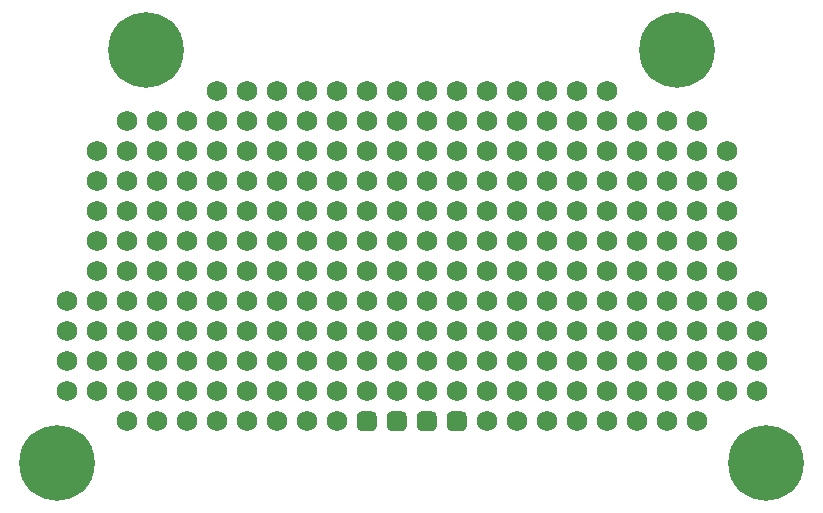
<source format=gbs>
G04 #@! TF.GenerationSoftware,KiCad,Pcbnew,(6.0.5-0)*
G04 #@! TF.CreationDate,2022-07-06T20:18:43+02:00*
G04 #@! TF.ProjectId,add-on-template,6164642d-6f6e-42d7-9465-6d706c617465,1.0*
G04 #@! TF.SameCoordinates,PX3938700PY2aea540*
G04 #@! TF.FileFunction,Soldermask,Bot*
G04 #@! TF.FilePolarity,Negative*
%FSLAX46Y46*%
G04 Gerber Fmt 4.6, Leading zero omitted, Abs format (unit mm)*
G04 Created by KiCad (PCBNEW (6.0.5-0)) date 2022-07-06 20:18:43*
%MOMM*%
%LPD*%
G01*
G04 APERTURE LIST*
%ADD10C,1.727200*%
%ADD11C,0.800000*%
%ADD12C,6.400000*%
G04 APERTURE END LIST*
D10*
G04 #@! TO.C,REF\u002A\u002A*
X8330000Y-31390000D03*
G04 #@! TD*
G04 #@! TO.C,REF\u002A\u002A*
X21030000Y-18690000D03*
G04 #@! TD*
G04 #@! TO.C,REF\u002A\u002A*
X48970000Y-33930000D03*
G04 #@! TD*
G04 #@! TO.C,REF\u002A\u002A*
X10870000Y-28850000D03*
G04 #@! TD*
G04 #@! TO.C,REF\u002A\u002A*
X59130000Y-21230000D03*
G04 #@! TD*
G04 #@! TO.C,REF\u002A\u002A*
X26110000Y-31390000D03*
G04 #@! TD*
G04 #@! TO.C,REF\u002A\u002A*
X38810000Y-21230000D03*
G04 #@! TD*
G04 #@! TO.C,REF\u002A\u002A*
X36270000Y-33930000D03*
G04 #@! TD*
G04 #@! TO.C,REF\u002A\u002A*
X56590000Y-21230000D03*
G04 #@! TD*
G04 #@! TO.C,REF\u002A\u002A*
X41350000Y-21230000D03*
G04 #@! TD*
G04 #@! TO.C,REF\u002A\u002A*
X48970000Y-26310000D03*
G04 #@! TD*
G04 #@! TO.C,REF\u002A\u002A*
X38810000Y-13610000D03*
G04 #@! TD*
G04 #@! TO.C,REF\u002A\u002A*
X28650000Y-36470000D03*
G04 #@! TD*
G04 #@! TO.C,REF\u002A\u002A*
X54050000Y-13610000D03*
G04 #@! TD*
G04 #@! TO.C,REF\u002A\u002A*
X61670000Y-28850000D03*
G04 #@! TD*
G04 #@! TO.C,REF\u002A\u002A*
X28650000Y-28850000D03*
G04 #@! TD*
G04 #@! TO.C,REF\u002A\u002A*
X31190000Y-16150000D03*
G04 #@! TD*
G04 #@! TO.C,REF\u002A\u002A*
X23570000Y-8530000D03*
G04 #@! TD*
G04 #@! TO.C,REF\u002A\u002A*
X36270000Y-16150000D03*
G04 #@! TD*
G04 #@! TO.C,REF\u002A\u002A*
X23570000Y-36470000D03*
G04 #@! TD*
G04 #@! TO.C,REF\u002A\u002A*
X13410000Y-11070000D03*
G04 #@! TD*
G04 #@! TO.C,REF\u002A\u002A*
X28650000Y-23770000D03*
G04 #@! TD*
G04 #@! TO.C,REF\u002A\u002A*
X18490000Y-16150000D03*
G04 #@! TD*
G04 #@! TO.C,REF\u002A\u002A*
X41350000Y-28850000D03*
G04 #@! TD*
G04 #@! TO.C,REF\u002A\u002A*
X38810000Y-33930000D03*
G04 #@! TD*
G04 #@! TO.C,REF\u002A\u002A*
X31190000Y-23770000D03*
G04 #@! TD*
G04 #@! TO.C,REF\u002A\u002A*
X31190000Y-28850000D03*
G04 #@! TD*
G04 #@! TO.C,REF\u002A\u002A*
X38810000Y-8530000D03*
G04 #@! TD*
G04 #@! TO.C,REF\u002A\u002A*
X46430000Y-31390000D03*
G04 #@! TD*
G04 #@! TO.C,REF\u002A\u002A*
X48970000Y-36470000D03*
G04 #@! TD*
G04 #@! TO.C,REF\u002A\u002A*
X51510000Y-11070000D03*
G04 #@! TD*
G04 #@! TO.C,REF\u002A\u002A*
X31190000Y-8530000D03*
G04 #@! TD*
D11*
G04 #@! TO.C,REF\u002A\u002A*
X65000000Y-42400000D03*
X62600000Y-40000000D03*
X63302944Y-41697056D03*
D12*
X65000000Y-40000000D03*
D11*
X65000000Y-37600000D03*
X67400000Y-40000000D03*
X66697056Y-41697056D03*
X66697056Y-38302944D03*
X63302944Y-38302944D03*
G04 #@! TD*
D10*
G04 #@! TO.C,REF\u002A\u002A*
X33730000Y-21230000D03*
G04 #@! TD*
G04 #@! TO.C,REF\u002A\u002A*
X33730000Y-13610000D03*
G04 #@! TD*
G04 #@! TO.C,REF\u002A\u002A*
X64210000Y-31390000D03*
G04 #@! TD*
G04 #@! TO.C,REF\u002A\u002A*
X61670000Y-23770000D03*
G04 #@! TD*
G04 #@! TO.C,REF\u002A\u002A*
X56590000Y-18690000D03*
G04 #@! TD*
G04 #@! TO.C,REF\u002A\u002A*
X18490000Y-31390000D03*
G04 #@! TD*
G04 #@! TO.C,REF\u002A\u002A*
X18490000Y-23770000D03*
G04 #@! TD*
G04 #@! TO.C,J2*
G36*
G01*
X31615000Y-37320000D02*
X30765000Y-37320000D01*
G75*
G02*
X30340000Y-36895000I0J425000D01*
G01*
X30340000Y-36045000D01*
G75*
G02*
X30765000Y-35620000I425000J0D01*
G01*
X31615000Y-35620000D01*
G75*
G02*
X32040000Y-36045000I0J-425000D01*
G01*
X32040000Y-36895000D01*
G75*
G02*
X31615000Y-37320000I-425000J0D01*
G01*
G37*
G36*
G01*
X34155000Y-37320000D02*
X33305000Y-37320000D01*
G75*
G02*
X32880000Y-36895000I0J425000D01*
G01*
X32880000Y-36045000D01*
G75*
G02*
X33305000Y-35620000I425000J0D01*
G01*
X34155000Y-35620000D01*
G75*
G02*
X34580000Y-36045000I0J-425000D01*
G01*
X34580000Y-36895000D01*
G75*
G02*
X34155000Y-37320000I-425000J0D01*
G01*
G37*
G36*
G01*
X36695000Y-37320000D02*
X35845000Y-37320000D01*
G75*
G02*
X35420000Y-36895000I0J425000D01*
G01*
X35420000Y-36045000D01*
G75*
G02*
X35845000Y-35620000I425000J0D01*
G01*
X36695000Y-35620000D01*
G75*
G02*
X37120000Y-36045000I0J-425000D01*
G01*
X37120000Y-36895000D01*
G75*
G02*
X36695000Y-37320000I-425000J0D01*
G01*
G37*
G36*
G01*
X39235000Y-37320000D02*
X38385000Y-37320000D01*
G75*
G02*
X37960000Y-36895000I0J425000D01*
G01*
X37960000Y-36045000D01*
G75*
G02*
X38385000Y-35620000I425000J0D01*
G01*
X39235000Y-35620000D01*
G75*
G02*
X39660000Y-36045000I0J-425000D01*
G01*
X39660000Y-36895000D01*
G75*
G02*
X39235000Y-37320000I-425000J0D01*
G01*
G37*
G04 #@! TD*
G04 #@! TO.C,REF\u002A\u002A*
X8330000Y-33930000D03*
G04 #@! TD*
G04 #@! TO.C,REF\u002A\u002A*
X38810000Y-11070000D03*
G04 #@! TD*
G04 #@! TO.C,REF\u002A\u002A*
X23570000Y-26310000D03*
G04 #@! TD*
G04 #@! TO.C,REF\u002A\u002A*
X8330000Y-21230000D03*
G04 #@! TD*
G04 #@! TO.C,REF\u002A\u002A*
X26110000Y-8530000D03*
G04 #@! TD*
G04 #@! TO.C,REF\u002A\u002A*
X64210000Y-26310000D03*
G04 #@! TD*
G04 #@! TO.C,REF\u002A\u002A*
X43890000Y-23770000D03*
G04 #@! TD*
G04 #@! TO.C,REF\u002A\u002A*
X38810000Y-28850000D03*
G04 #@! TD*
G04 #@! TO.C,REF\u002A\u002A*
X36270000Y-13610000D03*
G04 #@! TD*
G04 #@! TO.C,REF\u002A\u002A*
X28650000Y-33930000D03*
G04 #@! TD*
G04 #@! TO.C,REF\u002A\u002A*
X31190000Y-31390000D03*
G04 #@! TD*
G04 #@! TO.C,REF\u002A\u002A*
X51510000Y-13610000D03*
G04 #@! TD*
G04 #@! TO.C,REF\u002A\u002A*
X38810000Y-18690000D03*
G04 #@! TD*
G04 #@! TO.C,REF\u002A\u002A*
X21030000Y-26310000D03*
G04 #@! TD*
G04 #@! TO.C,REF\u002A\u002A*
X10870000Y-16150000D03*
G04 #@! TD*
G04 #@! TO.C,REF\u002A\u002A*
X23570000Y-31390000D03*
G04 #@! TD*
G04 #@! TO.C,REF\u002A\u002A*
X48970000Y-13610000D03*
G04 #@! TD*
G04 #@! TO.C,REF\u002A\u002A*
X15950000Y-11070000D03*
G04 #@! TD*
G04 #@! TO.C,REF\u002A\u002A*
X56590000Y-23770000D03*
G04 #@! TD*
G04 #@! TO.C,REF\u002A\u002A*
X43890000Y-18690000D03*
G04 #@! TD*
G04 #@! TO.C,REF\u002A\u002A*
X18490000Y-13610000D03*
G04 #@! TD*
G04 #@! TO.C,REF\u002A\u002A*
X28650000Y-26310000D03*
G04 #@! TD*
G04 #@! TO.C,REF\u002A\u002A*
X61670000Y-26310000D03*
G04 #@! TD*
G04 #@! TO.C,REF\u002A\u002A*
X41350000Y-31390000D03*
G04 #@! TD*
G04 #@! TO.C,REF\u002A\u002A*
X61670000Y-18690000D03*
G04 #@! TD*
G04 #@! TO.C,REF\u002A\u002A*
X33730000Y-31390000D03*
G04 #@! TD*
G04 #@! TO.C,REF\u002A\u002A*
X56590000Y-13610000D03*
G04 #@! TD*
G04 #@! TO.C,REF\u002A\u002A*
X54050000Y-23770000D03*
G04 #@! TD*
G04 #@! TO.C,REF\u002A\u002A*
X33730000Y-11070000D03*
G04 #@! TD*
G04 #@! TO.C,REF\u002A\u002A*
X5790000Y-31390000D03*
G04 #@! TD*
G04 #@! TO.C,REF\u002A\u002A*
X8330000Y-16150000D03*
G04 #@! TD*
G04 #@! TO.C,REF\u002A\u002A*
X41350000Y-11070000D03*
G04 #@! TD*
G04 #@! TO.C,REF\u002A\u002A*
X13410000Y-18690000D03*
G04 #@! TD*
G04 #@! TO.C,REF\u002A\u002A*
X61670000Y-16150000D03*
G04 #@! TD*
G04 #@! TO.C,REF\u002A\u002A*
X31190000Y-33930000D03*
G04 #@! TD*
G04 #@! TO.C,REF\u002A\u002A*
X13410000Y-31390000D03*
G04 #@! TD*
G04 #@! TO.C,REF\u002A\u002A*
X51510000Y-21230000D03*
G04 #@! TD*
G04 #@! TO.C,REF\u002A\u002A*
X51510000Y-31390000D03*
G04 #@! TD*
G04 #@! TO.C,REF\u002A\u002A*
X21030000Y-21230000D03*
G04 #@! TD*
G04 #@! TO.C,REF\u002A\u002A*
X51510000Y-8530000D03*
G04 #@! TD*
G04 #@! TO.C,REF\u002A\u002A*
X51510000Y-16150000D03*
G04 #@! TD*
G04 #@! TO.C,REF\u002A\u002A*
X15950000Y-31390000D03*
G04 #@! TD*
G04 #@! TO.C,REF\u002A\u002A*
X18490000Y-18690000D03*
G04 #@! TD*
G04 #@! TO.C,REF\u002A\u002A*
X28650000Y-16150000D03*
G04 #@! TD*
G04 #@! TO.C,REF\u002A\u002A*
X23570000Y-16150000D03*
G04 #@! TD*
G04 #@! TO.C,REF\u002A\u002A*
X51510000Y-36470000D03*
G04 #@! TD*
G04 #@! TO.C,REF\u002A\u002A*
X10870000Y-11070000D03*
G04 #@! TD*
G04 #@! TO.C,REF\u002A\u002A*
X46430000Y-16150000D03*
G04 #@! TD*
G04 #@! TO.C,REF\u002A\u002A*
X38810000Y-16150000D03*
G04 #@! TD*
G04 #@! TO.C,REF\u002A\u002A*
X48970000Y-18690000D03*
G04 #@! TD*
G04 #@! TO.C,REF\u002A\u002A*
X43890000Y-26310000D03*
G04 #@! TD*
G04 #@! TO.C,REF\u002A\u002A*
X33730000Y-18690000D03*
G04 #@! TD*
G04 #@! TO.C,REF\u002A\u002A*
X46430000Y-8530000D03*
G04 #@! TD*
G04 #@! TO.C,REF\u002A\u002A*
X15950000Y-18690000D03*
G04 #@! TD*
D11*
G04 #@! TO.C,REF\u002A\u002A*
X59197056Y-3302944D03*
X59900000Y-5000000D03*
X55802944Y-3302944D03*
X57500000Y-7400000D03*
X57500000Y-2600000D03*
D12*
X57500000Y-5000000D03*
D11*
X55100000Y-5000000D03*
X59197056Y-6697056D03*
X55802944Y-6697056D03*
G04 #@! TD*
D10*
G04 #@! TO.C,REF\u002A\u002A*
X56590000Y-36470000D03*
G04 #@! TD*
G04 #@! TO.C,REF\u002A\u002A*
X33730000Y-8530000D03*
G04 #@! TD*
G04 #@! TO.C,REF\u002A\u002A*
X5790000Y-33930000D03*
G04 #@! TD*
G04 #@! TO.C,REF\u002A\u002A*
X36270000Y-31390000D03*
G04 #@! TD*
G04 #@! TO.C,REF\u002A\u002A*
X28650000Y-8530000D03*
G04 #@! TD*
G04 #@! TO.C,REF\u002A\u002A*
X48970000Y-28850000D03*
G04 #@! TD*
G04 #@! TO.C,REF\u002A\u002A*
X43890000Y-8530000D03*
G04 #@! TD*
G04 #@! TO.C,REF\u002A\u002A*
X54050000Y-21230000D03*
G04 #@! TD*
G04 #@! TO.C,REF\u002A\u002A*
X43890000Y-21230000D03*
G04 #@! TD*
G04 #@! TO.C,REF\u002A\u002A*
X48970000Y-8530000D03*
G04 #@! TD*
G04 #@! TO.C,REF\u002A\u002A*
X41350000Y-13610000D03*
G04 #@! TD*
G04 #@! TO.C,REF\u002A\u002A*
X43890000Y-31390000D03*
G04 #@! TD*
G04 #@! TO.C,REF\u002A\u002A*
X64210000Y-33930000D03*
G04 #@! TD*
G04 #@! TO.C,REF\u002A\u002A*
X54050000Y-18690000D03*
G04 #@! TD*
G04 #@! TO.C,REF\u002A\u002A*
X21030000Y-23770000D03*
G04 #@! TD*
G04 #@! TO.C,REF\u002A\u002A*
X21030000Y-31390000D03*
G04 #@! TD*
G04 #@! TO.C,REF\u002A\u002A*
X41350000Y-23770000D03*
G04 #@! TD*
G04 #@! TO.C,REF\u002A\u002A*
X33730000Y-28850000D03*
G04 #@! TD*
G04 #@! TO.C,REF\u002A\u002A*
X54050000Y-11070000D03*
G04 #@! TD*
G04 #@! TO.C,REF\u002A\u002A*
X28650000Y-18690000D03*
G04 #@! TD*
G04 #@! TO.C,REF\u002A\u002A*
X15950000Y-36470000D03*
G04 #@! TD*
G04 #@! TO.C,REF\u002A\u002A*
X10870000Y-33930000D03*
G04 #@! TD*
G04 #@! TO.C,REF\u002A\u002A*
X46430000Y-26310000D03*
G04 #@! TD*
G04 #@! TO.C,REF\u002A\u002A*
X61670000Y-33930000D03*
G04 #@! TD*
G04 #@! TO.C,REF\u002A\u002A*
X51510000Y-33930000D03*
G04 #@! TD*
G04 #@! TO.C,REF\u002A\u002A*
X8330000Y-26310000D03*
G04 #@! TD*
G04 #@! TO.C,REF\u002A\u002A*
X26110000Y-26310000D03*
G04 #@! TD*
G04 #@! TO.C,REF\u002A\u002A*
X8330000Y-23770000D03*
G04 #@! TD*
G04 #@! TO.C,REF\u002A\u002A*
X48970000Y-31390000D03*
G04 #@! TD*
G04 #@! TO.C,REF\u002A\u002A*
X41350000Y-8530000D03*
G04 #@! TD*
G04 #@! TO.C,REF\u002A\u002A*
X41350000Y-18690000D03*
G04 #@! TD*
G04 #@! TO.C,REF\u002A\u002A*
X26110000Y-33930000D03*
G04 #@! TD*
G04 #@! TO.C,REF\u002A\u002A*
X15950000Y-21230000D03*
G04 #@! TD*
G04 #@! TO.C,REF\u002A\u002A*
X48970000Y-16150000D03*
G04 #@! TD*
G04 #@! TO.C,REF\u002A\u002A*
X59130000Y-28850000D03*
G04 #@! TD*
G04 #@! TO.C,REF\u002A\u002A*
X13410000Y-28850000D03*
G04 #@! TD*
G04 #@! TO.C,REF\u002A\u002A*
X31190000Y-18690000D03*
G04 #@! TD*
G04 #@! TO.C,REF\u002A\u002A*
X48970000Y-23770000D03*
G04 #@! TD*
G04 #@! TO.C,REF\u002A\u002A*
X41350000Y-16150000D03*
G04 #@! TD*
G04 #@! TO.C,REF\u002A\u002A*
X46430000Y-28850000D03*
G04 #@! TD*
G04 #@! TO.C,REF\u002A\u002A*
X10870000Y-31390000D03*
G04 #@! TD*
G04 #@! TO.C,REF\u002A\u002A*
X46430000Y-33930000D03*
G04 #@! TD*
G04 #@! TO.C,REF\u002A\u002A*
X26110000Y-36470000D03*
G04 #@! TD*
G04 #@! TO.C,REF\u002A\u002A*
X18490000Y-26310000D03*
G04 #@! TD*
G04 #@! TO.C,REF\u002A\u002A*
X41350000Y-33930000D03*
G04 #@! TD*
G04 #@! TO.C,REF\u002A\u002A*
X54050000Y-33930000D03*
G04 #@! TD*
G04 #@! TO.C,REF\u002A\u002A*
X15950000Y-23770000D03*
G04 #@! TD*
G04 #@! TO.C,REF\u002A\u002A*
X46430000Y-18690000D03*
G04 #@! TD*
G04 #@! TO.C,REF\u002A\u002A*
X38810000Y-23770000D03*
G04 #@! TD*
G04 #@! TO.C,REF\u002A\u002A*
X26110000Y-21230000D03*
G04 #@! TD*
G04 #@! TO.C,REF\u002A\u002A*
X36270000Y-18690000D03*
G04 #@! TD*
D11*
G04 #@! TO.C,REF\u002A\u002A*
X5000000Y-42400000D03*
X3302944Y-41697056D03*
X7400000Y-40000000D03*
X6697056Y-41697056D03*
X3302944Y-38302944D03*
D12*
X5000000Y-40000000D03*
D11*
X2600000Y-40000000D03*
X6697056Y-38302944D03*
X5000000Y-37600000D03*
G04 #@! TD*
G04 #@! TO.C,REF\u002A\u002A*
X12500000Y-7400000D03*
X14197056Y-3302944D03*
X10100000Y-5000000D03*
X10802944Y-3302944D03*
X14900000Y-5000000D03*
D12*
X12500000Y-5000000D03*
D11*
X14197056Y-6697056D03*
X10802944Y-6697056D03*
X12500000Y-2600000D03*
G04 #@! TD*
D10*
G04 #@! TO.C,REF\u002A\u002A*
X59130000Y-33930000D03*
G04 #@! TD*
G04 #@! TO.C,REF\u002A\u002A*
X21030000Y-28850000D03*
G04 #@! TD*
G04 #@! TO.C,REF\u002A\u002A*
X36270000Y-21230000D03*
G04 #@! TD*
G04 #@! TO.C,REF\u002A\u002A*
X13410000Y-26310000D03*
G04 #@! TD*
G04 #@! TO.C,REF\u002A\u002A*
X61670000Y-21230000D03*
G04 #@! TD*
G04 #@! TO.C,REF\u002A\u002A*
X18490000Y-8530000D03*
G04 #@! TD*
G04 #@! TO.C,REF\u002A\u002A*
X33730000Y-23770000D03*
G04 #@! TD*
G04 #@! TO.C,REF\u002A\u002A*
X59130000Y-23770000D03*
G04 #@! TD*
G04 #@! TO.C,REF\u002A\u002A*
X43890000Y-28850000D03*
G04 #@! TD*
G04 #@! TO.C,REF\u002A\u002A*
X33730000Y-26310000D03*
G04 #@! TD*
G04 #@! TO.C,REF\u002A\u002A*
X13410000Y-23770000D03*
G04 #@! TD*
G04 #@! TO.C,REF\u002A\u002A*
X46430000Y-23770000D03*
G04 #@! TD*
G04 #@! TO.C,REF\u002A\u002A*
X15950000Y-33930000D03*
G04 #@! TD*
G04 #@! TO.C,REF\u002A\u002A*
X21030000Y-13610000D03*
G04 #@! TD*
G04 #@! TO.C,REF\u002A\u002A*
X21030000Y-8530000D03*
G04 #@! TD*
G04 #@! TO.C,REF\u002A\u002A*
X18490000Y-11070000D03*
G04 #@! TD*
G04 #@! TO.C,REF\u002A\u002A*
X54050000Y-28850000D03*
G04 #@! TD*
G04 #@! TO.C,REF\u002A\u002A*
X21030000Y-16150000D03*
G04 #@! TD*
G04 #@! TO.C,REF\u002A\u002A*
X21030000Y-33930000D03*
G04 #@! TD*
G04 #@! TO.C,REF\u002A\u002A*
X8330000Y-13610000D03*
G04 #@! TD*
G04 #@! TO.C,REF\u002A\u002A*
X21030000Y-11070000D03*
G04 #@! TD*
G04 #@! TO.C,REF\u002A\u002A*
X43890000Y-36470000D03*
G04 #@! TD*
G04 #@! TO.C,REF\u002A\u002A*
X21030000Y-36470000D03*
G04 #@! TD*
G04 #@! TO.C,REF\u002A\u002A*
X26110000Y-11070000D03*
G04 #@! TD*
G04 #@! TO.C,REF\u002A\u002A*
X43890000Y-16150000D03*
G04 #@! TD*
G04 #@! TO.C,REF\u002A\u002A*
X28650000Y-13610000D03*
G04 #@! TD*
G04 #@! TO.C,REF\u002A\u002A*
X33730000Y-16150000D03*
G04 #@! TD*
G04 #@! TO.C,REF\u002A\u002A*
X36270000Y-8530000D03*
G04 #@! TD*
G04 #@! TO.C,REF\u002A\u002A*
X54050000Y-16150000D03*
G04 #@! TD*
G04 #@! TO.C,REF\u002A\u002A*
X59130000Y-36470000D03*
G04 #@! TD*
G04 #@! TO.C,REF\u002A\u002A*
X46430000Y-21230000D03*
G04 #@! TD*
G04 #@! TO.C,REF\u002A\u002A*
X10870000Y-23770000D03*
G04 #@! TD*
G04 #@! TO.C,REF\u002A\u002A*
X56590000Y-33930000D03*
G04 #@! TD*
G04 #@! TO.C,REF\u002A\u002A*
X26110000Y-28850000D03*
G04 #@! TD*
G04 #@! TO.C,REF\u002A\u002A*
X5790000Y-26310000D03*
G04 #@! TD*
G04 #@! TO.C,REF\u002A\u002A*
X41350000Y-26310000D03*
G04 #@! TD*
G04 #@! TO.C,REF\u002A\u002A*
X10870000Y-26310000D03*
G04 #@! TD*
G04 #@! TO.C,REF\u002A\u002A*
X43890000Y-13610000D03*
G04 #@! TD*
G04 #@! TO.C,REF\u002A\u002A*
X5790000Y-28850000D03*
G04 #@! TD*
G04 #@! TO.C,REF\u002A\u002A*
X54050000Y-31390000D03*
G04 #@! TD*
G04 #@! TO.C,REF\u002A\u002A*
X56590000Y-26310000D03*
G04 #@! TD*
G04 #@! TO.C,REF\u002A\u002A*
X13410000Y-21230000D03*
G04 #@! TD*
G04 #@! TO.C,REF\u002A\u002A*
X46430000Y-13610000D03*
G04 #@! TD*
G04 #@! TO.C,REF\u002A\u002A*
X36270000Y-11070000D03*
G04 #@! TD*
G04 #@! TO.C,REF\u002A\u002A*
X23570000Y-11070000D03*
G04 #@! TD*
G04 #@! TO.C,REF\u002A\u002A*
X13410000Y-13610000D03*
G04 #@! TD*
G04 #@! TO.C,REF\u002A\u002A*
X10870000Y-18690000D03*
G04 #@! TD*
G04 #@! TO.C,REF\u002A\u002A*
X54050000Y-36470000D03*
G04 #@! TD*
G04 #@! TO.C,REF\u002A\u002A*
X15950000Y-13610000D03*
G04 #@! TD*
G04 #@! TO.C,REF\u002A\u002A*
X43890000Y-33930000D03*
G04 #@! TD*
G04 #@! TO.C,REF\u002A\u002A*
X51510000Y-28850000D03*
G04 #@! TD*
G04 #@! TO.C,REF\u002A\u002A*
X26110000Y-16150000D03*
G04 #@! TD*
G04 #@! TO.C,REF\u002A\u002A*
X10870000Y-36470000D03*
G04 #@! TD*
G04 #@! TO.C,REF\u002A\u002A*
X18490000Y-28850000D03*
G04 #@! TD*
G04 #@! TO.C,REF\u002A\u002A*
X59130000Y-18690000D03*
G04 #@! TD*
G04 #@! TO.C,REF\u002A\u002A*
X26110000Y-13610000D03*
G04 #@! TD*
G04 #@! TO.C,REF\u002A\u002A*
X23570000Y-28850000D03*
G04 #@! TD*
G04 #@! TO.C,REF\u002A\u002A*
X26110000Y-23770000D03*
G04 #@! TD*
G04 #@! TO.C,REF\u002A\u002A*
X48970000Y-11070000D03*
G04 #@! TD*
G04 #@! TO.C,REF\u002A\u002A*
X56590000Y-28850000D03*
G04 #@! TD*
G04 #@! TO.C,REF\u002A\u002A*
X18490000Y-21230000D03*
G04 #@! TD*
G04 #@! TO.C,REF\u002A\u002A*
X15950000Y-16150000D03*
G04 #@! TD*
G04 #@! TO.C,REF\u002A\u002A*
X23570000Y-23770000D03*
G04 #@! TD*
G04 #@! TO.C,REF\u002A\u002A*
X51510000Y-18690000D03*
G04 #@! TD*
G04 #@! TO.C,REF\u002A\u002A*
X10870000Y-13610000D03*
G04 #@! TD*
G04 #@! TO.C,REF\u002A\u002A*
X23570000Y-18690000D03*
G04 #@! TD*
G04 #@! TO.C,REF\u002A\u002A*
X28650000Y-11070000D03*
G04 #@! TD*
G04 #@! TO.C,REF\u002A\u002A*
X59130000Y-26310000D03*
G04 #@! TD*
G04 #@! TO.C,REF\u002A\u002A*
X13410000Y-16150000D03*
G04 #@! TD*
G04 #@! TO.C,REF\u002A\u002A*
X59130000Y-16150000D03*
G04 #@! TD*
G04 #@! TO.C,REF\u002A\u002A*
X15950000Y-26310000D03*
G04 #@! TD*
G04 #@! TO.C,REF\u002A\u002A*
X51510000Y-23770000D03*
G04 #@! TD*
G04 #@! TO.C,REF\u002A\u002A*
X46430000Y-36470000D03*
G04 #@! TD*
G04 #@! TO.C,REF\u002A\u002A*
X59130000Y-31390000D03*
G04 #@! TD*
G04 #@! TO.C,REF\u002A\u002A*
X61670000Y-31390000D03*
G04 #@! TD*
G04 #@! TO.C,REF\u002A\u002A*
X26110000Y-18690000D03*
G04 #@! TD*
G04 #@! TO.C,REF\u002A\u002A*
X10870000Y-21230000D03*
G04 #@! TD*
G04 #@! TO.C,REF\u002A\u002A*
X59130000Y-13610000D03*
G04 #@! TD*
G04 #@! TO.C,REF\u002A\u002A*
X51510000Y-26310000D03*
G04 #@! TD*
G04 #@! TO.C,REF\u002A\u002A*
X43890000Y-11070000D03*
G04 #@! TD*
G04 #@! TO.C,REF\u002A\u002A*
X33730000Y-33930000D03*
G04 #@! TD*
G04 #@! TO.C,REF\u002A\u002A*
X31190000Y-26310000D03*
G04 #@! TD*
G04 #@! TO.C,REF\u002A\u002A*
X31190000Y-13610000D03*
G04 #@! TD*
G04 #@! TO.C,REF\u002A\u002A*
X46430000Y-11070000D03*
G04 #@! TD*
G04 #@! TO.C,REF\u002A\u002A*
X38810000Y-31390000D03*
G04 #@! TD*
G04 #@! TO.C,REF\u002A\u002A*
X41350000Y-36470000D03*
G04 #@! TD*
G04 #@! TO.C,REF\u002A\u002A*
X38810000Y-26310000D03*
G04 #@! TD*
G04 #@! TO.C,REF\u002A\u002A*
X13410000Y-36470000D03*
G04 #@! TD*
G04 #@! TO.C,REF\u002A\u002A*
X23570000Y-21230000D03*
G04 #@! TD*
G04 #@! TO.C,REF\u002A\u002A*
X54050000Y-26310000D03*
G04 #@! TD*
G04 #@! TO.C,REF\u002A\u002A*
X31190000Y-21230000D03*
G04 #@! TD*
G04 #@! TO.C,REF\u002A\u002A*
X36270000Y-23770000D03*
G04 #@! TD*
G04 #@! TO.C,REF\u002A\u002A*
X36270000Y-28850000D03*
G04 #@! TD*
G04 #@! TO.C,REF\u002A\u002A*
X15950000Y-28850000D03*
G04 #@! TD*
G04 #@! TO.C,REF\u002A\u002A*
X13410000Y-33930000D03*
G04 #@! TD*
G04 #@! TO.C,REF\u002A\u002A*
X59130000Y-11070000D03*
G04 #@! TD*
G04 #@! TO.C,REF\u002A\u002A*
X8330000Y-18690000D03*
G04 #@! TD*
G04 #@! TO.C,REF\u002A\u002A*
X28650000Y-31390000D03*
G04 #@! TD*
G04 #@! TO.C,REF\u002A\u002A*
X64210000Y-28850000D03*
G04 #@! TD*
G04 #@! TO.C,REF\u002A\u002A*
X8330000Y-28850000D03*
G04 #@! TD*
G04 #@! TO.C,REF\u002A\u002A*
X56590000Y-11070000D03*
G04 #@! TD*
G04 #@! TO.C,REF\u002A\u002A*
X36270000Y-26310000D03*
G04 #@! TD*
G04 #@! TO.C,REF\u002A\u002A*
X18490000Y-36470000D03*
G04 #@! TD*
G04 #@! TO.C,REF\u002A\u002A*
X23570000Y-13610000D03*
G04 #@! TD*
G04 #@! TO.C,REF\u002A\u002A*
X23570000Y-33930000D03*
G04 #@! TD*
G04 #@! TO.C,REF\u002A\u002A*
X48970000Y-21230000D03*
G04 #@! TD*
G04 #@! TO.C,REF\u002A\u002A*
X56590000Y-16150000D03*
G04 #@! TD*
G04 #@! TO.C,REF\u002A\u002A*
X61670000Y-13610000D03*
G04 #@! TD*
G04 #@! TO.C,REF\u002A\u002A*
X18490000Y-33930000D03*
G04 #@! TD*
G04 #@! TO.C,REF\u002A\u002A*
X31190000Y-11070000D03*
G04 #@! TD*
G04 #@! TO.C,REF\u002A\u002A*
X56590000Y-31390000D03*
G04 #@! TD*
G04 #@! TO.C,REF\u002A\u002A*
X28650000Y-21230000D03*
G04 #@! TD*
M02*

</source>
